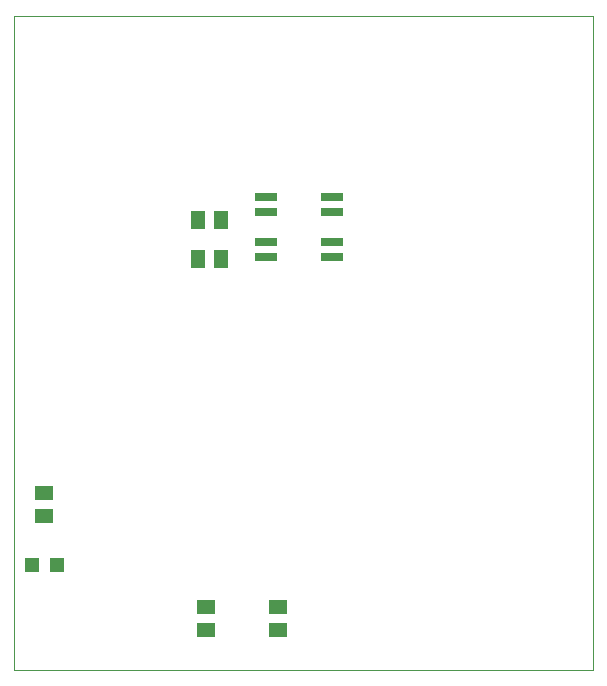
<source format=gbp>
G75*
%MOIN*%
%OFA0B0*%
%FSLAX24Y24*%
%IPPOS*%
%LPD*%
%AMOC8*
5,1,8,0,0,1.08239X$1,22.5*
%
%ADD10C,0.0000*%
%ADD11R,0.0591X0.0512*%
%ADD12R,0.0512X0.0591*%
%ADD13R,0.0472X0.0472*%
%ADD14R,0.0750X0.0250*%
D10*
X004030Y003000D02*
X004030Y024792D01*
X023321Y024792D01*
X023321Y003000D01*
X004030Y003000D01*
D11*
X005030Y008126D03*
X005030Y008874D03*
X010430Y005074D03*
X010430Y004326D03*
X012830Y004326D03*
X012830Y005074D03*
D12*
X010904Y016700D03*
X010156Y016700D03*
X010156Y018000D03*
X010904Y018000D03*
D13*
X005443Y006500D03*
X004617Y006500D03*
D14*
X012430Y016750D03*
X012430Y017250D03*
X012430Y018250D03*
X012430Y018750D03*
X014630Y018750D03*
X014630Y018250D03*
X014630Y017250D03*
X014630Y016750D03*
M02*

</source>
